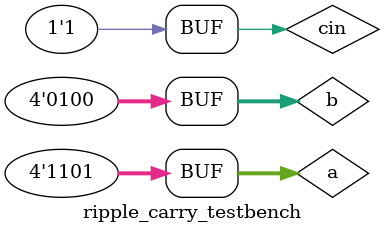
<source format=v>
`timescale 1ns / 1ps
                                           
module ripple_carry_testbench();
    
    reg [3:0] a,b;
    reg cin;
    wire [3:0] sum;
    wire carry;
    
    Ripple_Carry_Adder uut(a,b,cin,sum,carry);
    
    initial
    begin
    a=4'b1010; b=4'b0101; cin=1'b0; #100;
    a=4'b1010; b=4'b0101; cin=1'b1; #100;
    a=4'b1101; b=4'b0100; cin=1'b0; #100;
    a=4'b1101; b=4'b0100; cin=1'b1; #100;
    end
    
endmodule

</source>
